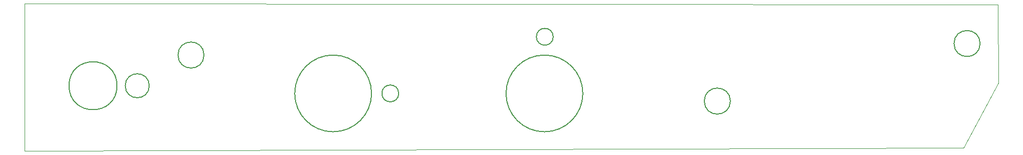
<source format=gbr>
%TF.GenerationSoftware,KiCad,Pcbnew,(5.1.6)-1*%
%TF.CreationDate,2020-11-25T12:03:05+11:00*%
%TF.ProjectId,HUD VID RCD Panel PCB V1,48554420-5649-4442-9052-43442050616e,rev?*%
%TF.SameCoordinates,Original*%
%TF.FileFunction,Profile,NP*%
%FSLAX46Y46*%
G04 Gerber Fmt 4.6, Leading zero omitted, Abs format (unit mm)*
G04 Created by KiCad (PCBNEW (5.1.6)-1) date 2020-11-25 12:03:05*
%MOMM*%
%LPD*%
G01*
G04 APERTURE LIST*
%TA.AperFunction,Profile*%
%ADD10C,0.050000*%
%TD*%
%TA.AperFunction,Profile*%
%ADD11C,0.200000*%
%TD*%
G04 APERTURE END LIST*
D10*
X56642000Y-67564000D02*
X217474800Y-67767200D01*
X56591200Y-91998800D02*
X56642000Y-67564000D01*
X211836000Y-91440000D02*
X56591200Y-91998800D01*
X217576400Y-80670400D02*
X211836000Y-91440000D01*
X217474800Y-67767200D02*
X217576400Y-80670400D01*
D11*
X143972354Y-73064507D02*
G75*
G03*
X143972354Y-73064507I-1389126J0D01*
G01*
X71880007Y-81172048D02*
G75*
G03*
X71880007Y-81172048I-3968750J0D01*
G01*
X173251406Y-83712048D02*
G75*
G03*
X173251406Y-83712048I-2152649J0D01*
G01*
X77206414Y-81172048D02*
G75*
G03*
X77206414Y-81172048I-1984375J0D01*
G01*
X214526407Y-74187048D02*
G75*
G03*
X214526407Y-74187048I-2152650J0D01*
G01*
X148873756Y-82442048D02*
G75*
G03*
X148873756Y-82442048I-6349999J0D01*
G01*
X118436290Y-82442048D02*
G75*
G03*
X118436290Y-82442048I-1389126J0D01*
G01*
X113948757Y-82442048D02*
G75*
G03*
X113948757Y-82442048I-6350000J0D01*
G01*
X86256407Y-76092048D02*
G75*
G03*
X86256407Y-76092048I-2152650J0D01*
G01*
M02*

</source>
